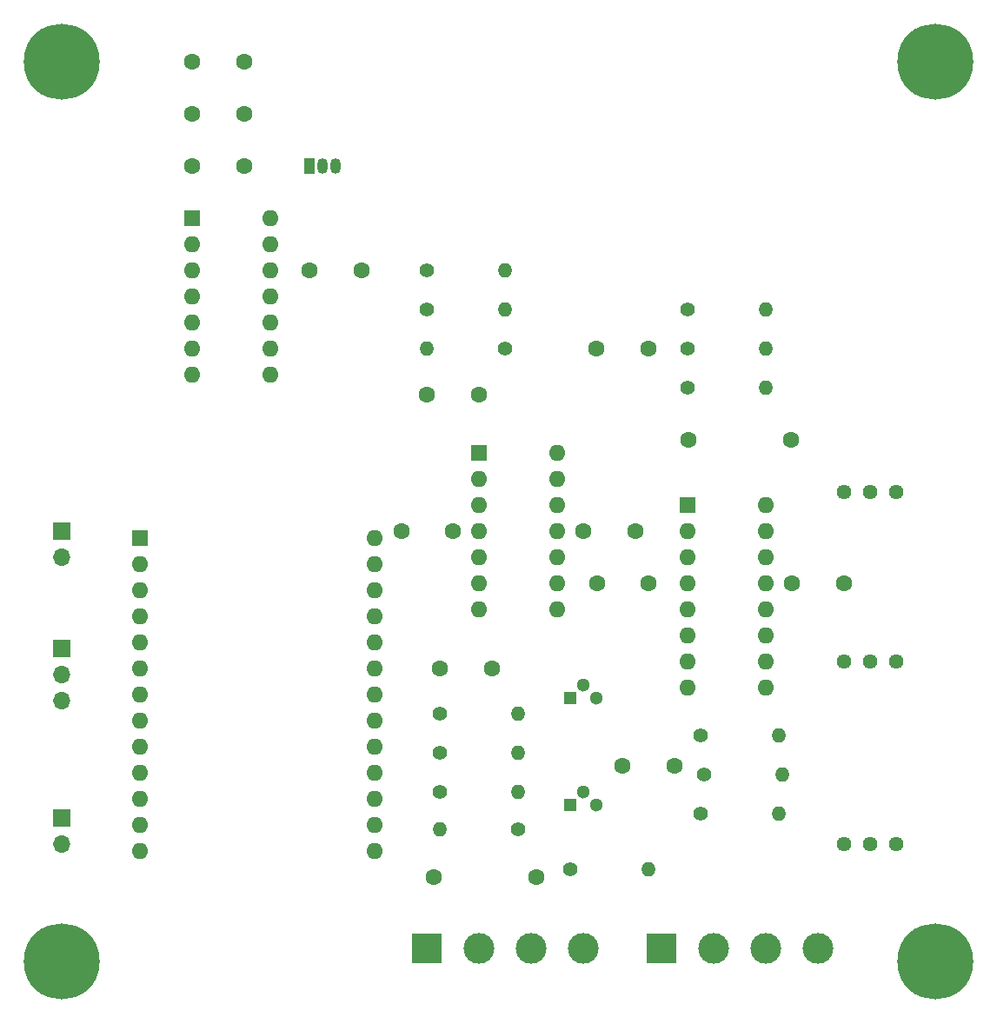
<source format=gbr>
%TF.GenerationSoftware,KiCad,Pcbnew,(6.0.10-0)*%
%TF.CreationDate,2023-05-26T16:06:54-07:00*%
%TF.ProjectId,vectgen_V2,76656374-6765-46e5-9f56-322e6b696361,rev?*%
%TF.SameCoordinates,Original*%
%TF.FileFunction,Soldermask,Top*%
%TF.FilePolarity,Negative*%
%FSLAX46Y46*%
G04 Gerber Fmt 4.6, Leading zero omitted, Abs format (unit mm)*
G04 Created by KiCad (PCBNEW (6.0.10-0)) date 2023-05-26 16:06:54*
%MOMM*%
%LPD*%
G01*
G04 APERTURE LIST*
%ADD10R,3.000000X3.000000*%
%ADD11C,3.000000*%
%ADD12C,7.400000*%
%ADD13C,4.100000*%
%ADD14R,1.300000X1.300000*%
%ADD15C,1.300000*%
%ADD16C,1.400000*%
%ADD17O,1.400000X1.400000*%
%ADD18C,1.600000*%
%ADD19R,1.700000X1.700000*%
%ADD20O,1.700000X1.700000*%
%ADD21R,1.050000X1.500000*%
%ADD22O,1.050000X1.500000*%
%ADD23R,1.600000X1.600000*%
%ADD24O,1.600000X1.600000*%
%ADD25C,1.440000*%
G04 APERTURE END LIST*
D10*
%TO.C,J3*%
X111760000Y-128270000D03*
D11*
X116840000Y-128270000D03*
X121920000Y-128270000D03*
X127000000Y-128270000D03*
%TD*%
D12*
%TO.C,H1*%
X161290000Y-41910000D03*
D13*
X161290000Y-41910000D03*
%TD*%
D14*
%TO.C,Q1*%
X125730000Y-103865000D03*
D15*
X127000000Y-102595000D03*
X128270000Y-103865000D03*
%TD*%
D14*
%TO.C,Q2*%
X125730000Y-114300000D03*
D15*
X127000000Y-113030000D03*
X128270000Y-114300000D03*
%TD*%
D16*
%TO.C,R8*%
X137160000Y-73660000D03*
D17*
X144780000Y-73660000D03*
%TD*%
D16*
%TO.C,R9*%
X138430000Y-107480000D03*
D17*
X146050000Y-107480000D03*
%TD*%
D18*
%TO.C,C1*%
X147360000Y-92710000D03*
X152360000Y-92710000D03*
%TD*%
%TO.C,C10*%
X113070000Y-100965000D03*
X118070000Y-100965000D03*
%TD*%
D16*
%TO.C,R14*%
X138430000Y-115100000D03*
D17*
X146050000Y-115100000D03*
%TD*%
D16*
%TO.C,R11*%
X137160000Y-69850000D03*
D17*
X144780000Y-69850000D03*
%TD*%
D18*
%TO.C,C11*%
X133310000Y-69850000D03*
X128310000Y-69850000D03*
%TD*%
D16*
%TO.C,R13*%
X137160000Y-66040000D03*
D17*
X144780000Y-66040000D03*
%TD*%
D18*
%TO.C,C7*%
X88940000Y-41910000D03*
X93940000Y-41910000D03*
%TD*%
D16*
%TO.C,R5*%
X111760000Y-62230000D03*
D17*
X119380000Y-62230000D03*
%TD*%
D16*
%TO.C,R4*%
X113030000Y-109220000D03*
D17*
X120650000Y-109220000D03*
%TD*%
D19*
%TO.C,JP1*%
X76200000Y-115570000D03*
D20*
X76200000Y-118110000D03*
%TD*%
D16*
%TO.C,R7*%
X120650000Y-116675000D03*
D17*
X113030000Y-116675000D03*
%TD*%
D21*
%TO.C,U2*%
X100330000Y-52070000D03*
D22*
X101600000Y-52070000D03*
X102870000Y-52070000D03*
%TD*%
D18*
%TO.C,C8*%
X100370000Y-62230000D03*
X105370000Y-62230000D03*
%TD*%
%TO.C,C13*%
X137240000Y-78740000D03*
X147240000Y-78740000D03*
%TD*%
%TO.C,C3*%
X114300000Y-87630000D03*
X109300000Y-87630000D03*
%TD*%
D12*
%TO.C,H3*%
X76200000Y-129540000D03*
D13*
X76200000Y-129540000D03*
%TD*%
D10*
%TO.C,J2*%
X134620000Y-128270000D03*
D11*
X139700000Y-128270000D03*
X144780000Y-128270000D03*
X149860000Y-128270000D03*
%TD*%
D18*
%TO.C,C5*%
X93940000Y-52070000D03*
X88940000Y-52070000D03*
%TD*%
D23*
%TO.C,U1*%
X83820000Y-88270000D03*
D24*
X83820000Y-90810000D03*
X83820000Y-93350000D03*
X83820000Y-95890000D03*
X83820000Y-98430000D03*
X83820000Y-100970000D03*
X83820000Y-103510000D03*
X83820000Y-106050000D03*
X83820000Y-108590000D03*
X83820000Y-111130000D03*
X83820000Y-113670000D03*
X83820000Y-116210000D03*
X83820000Y-118750000D03*
X106680000Y-118750000D03*
X106680000Y-116210000D03*
X106680000Y-113670000D03*
X106680000Y-111130000D03*
X106680000Y-108590000D03*
X106680000Y-106050000D03*
X106680000Y-103510000D03*
X106680000Y-100970000D03*
X106680000Y-98430000D03*
X106680000Y-95890000D03*
X106680000Y-93350000D03*
X106680000Y-90810000D03*
X106680000Y-88270000D03*
%TD*%
D25*
%TO.C,RV1*%
X157490000Y-118110000D03*
X154950000Y-118110000D03*
X152410000Y-118110000D03*
%TD*%
D18*
%TO.C,C9*%
X111800000Y-74295000D03*
X116800000Y-74295000D03*
%TD*%
D25*
%TO.C,RV2*%
X157490000Y-83820000D03*
X154950000Y-83820000D03*
X152410000Y-83820000D03*
%TD*%
D18*
%TO.C,C12*%
X135850000Y-110490000D03*
X130850000Y-110490000D03*
%TD*%
D19*
%TO.C,J1*%
X76200000Y-99075000D03*
D20*
X76200000Y-101615000D03*
X76200000Y-104155000D03*
%TD*%
D23*
%TO.C,IC2*%
X116850000Y-80005000D03*
D24*
X116850000Y-82545000D03*
X116850000Y-85085000D03*
X116850000Y-87625000D03*
X116850000Y-90165000D03*
X116850000Y-92705000D03*
X116850000Y-95245000D03*
X124470000Y-95245000D03*
X124470000Y-92705000D03*
X124470000Y-90165000D03*
X124470000Y-87625000D03*
X124470000Y-85085000D03*
X124470000Y-82545000D03*
X124470000Y-80005000D03*
%TD*%
D18*
%TO.C,C6*%
X93940000Y-46990000D03*
X88940000Y-46990000D03*
%TD*%
%TO.C,C4*%
X127040000Y-87630000D03*
X132040000Y-87630000D03*
%TD*%
%TO.C,C14*%
X112395000Y-121285000D03*
X122395000Y-121285000D03*
%TD*%
%TO.C,C2*%
X133350000Y-92710000D03*
X128350000Y-92710000D03*
%TD*%
D16*
%TO.C,R2*%
X113030000Y-105390000D03*
D17*
X120650000Y-105390000D03*
%TD*%
D16*
%TO.C,R1*%
X119380000Y-69850000D03*
D17*
X111760000Y-69850000D03*
%TD*%
D13*
%TO.C,H4*%
X161290000Y-129540000D03*
D12*
X161290000Y-129540000D03*
%TD*%
%TO.C,H2*%
X76200000Y-41910000D03*
D13*
X76200000Y-41910000D03*
%TD*%
D16*
%TO.C,R12*%
X138750000Y-111290000D03*
D17*
X146370000Y-111290000D03*
%TD*%
D16*
%TO.C,R10*%
X125730000Y-120510000D03*
D17*
X133350000Y-120510000D03*
%TD*%
D25*
%TO.C,RV3*%
X157490000Y-100330000D03*
X154950000Y-100330000D03*
X152410000Y-100330000D03*
%TD*%
D16*
%TO.C,R6*%
X113030000Y-113030000D03*
D17*
X120650000Y-113030000D03*
%TD*%
D16*
%TO.C,R3*%
X111760000Y-66040000D03*
D17*
X119380000Y-66040000D03*
%TD*%
D23*
%TO.C,IC3*%
X88910000Y-57145000D03*
D24*
X88910000Y-59685000D03*
X88910000Y-62225000D03*
X88910000Y-64765000D03*
X88910000Y-67305000D03*
X88910000Y-69845000D03*
X88910000Y-72385000D03*
X96530000Y-72385000D03*
X96530000Y-69845000D03*
X96530000Y-67305000D03*
X96530000Y-64765000D03*
X96530000Y-62225000D03*
X96530000Y-59685000D03*
X96530000Y-57145000D03*
%TD*%
D19*
%TO.C,SW1*%
X76200000Y-87630000D03*
D20*
X76200000Y-90170000D03*
%TD*%
D23*
%TO.C,IC1*%
X137170000Y-85105000D03*
D24*
X137170000Y-87645000D03*
X137170000Y-90185000D03*
X137170000Y-92725000D03*
X137170000Y-95265000D03*
X137170000Y-97805000D03*
X137170000Y-100345000D03*
X137170000Y-102885000D03*
X144790000Y-102885000D03*
X144790000Y-100345000D03*
X144790000Y-97805000D03*
X144790000Y-95265000D03*
X144790000Y-92725000D03*
X144790000Y-90185000D03*
X144790000Y-87645000D03*
X144790000Y-85105000D03*
%TD*%
M02*

</source>
